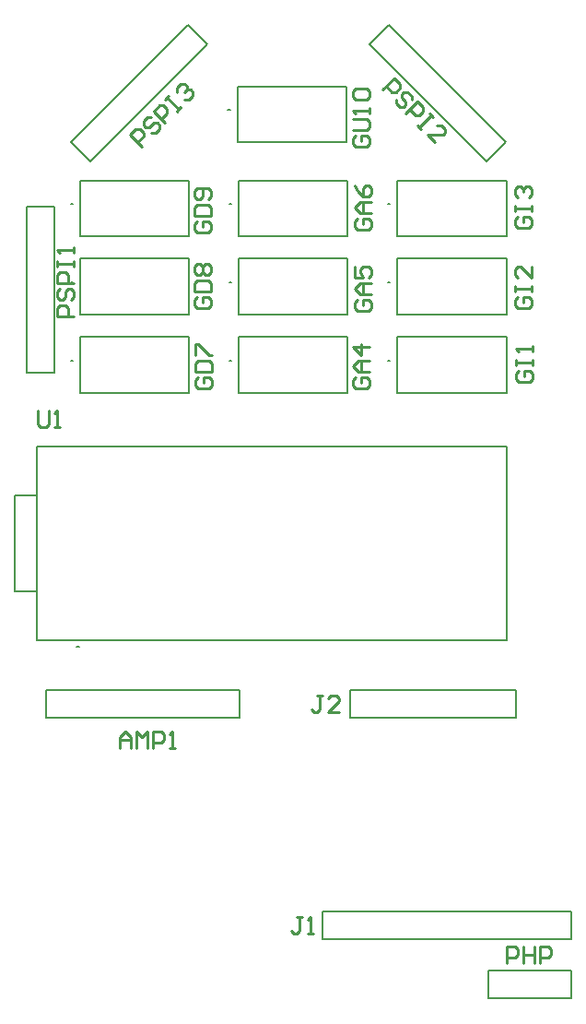
<source format=gto>
%FSTAX23Y23*%
%MOIN*%
%SFA1B1*%

%IPPOS*%
%ADD10C,0.007870*%
%ADD11C,0.005000*%
%ADD12C,0.010000*%
%LNsolears_v3-1*%
%LPD*%
G54D10*
X0022Y02986D02*
X00212D01*
X0022*
Y02704D02*
X00212D01*
X0022*
Y02421D02*
X00212D01*
X0022*
X01368D02*
X0136D01*
X01368*
Y02704D02*
X0136D01*
X01368*
Y02986D02*
X0136D01*
X01368*
X00789Y03326D02*
X00781D01*
X00789*
X00794Y02986D02*
X00786D01*
X00794*
Y02704D02*
X00786D01*
X00794*
Y02421D02*
X00786D01*
X00794*
X00243Y01387D02*
X00235D01*
X00243*
X02024Y00331D02*
Y00431D01*
X01124Y00331D02*
X02024D01*
X01124D02*
Y00431D01*
X02024*
X01293Y03564D02*
X01363Y03634D01*
X01717Y03139D02*
X01788Y0321D01*
X01293Y03564D02*
X01717Y03139D01*
X01363Y03634D02*
X01788Y0321D01*
X00636Y03634D02*
X00707Y03564D01*
X00212Y0321D02*
X00283Y03139D01*
X00212Y0321D02*
X00636Y03634D01*
X00283Y03139D02*
X00707Y03564D01*
X00054Y02976D02*
X00154D01*
X00054Y02376D02*
X00154D01*
X00054D02*
Y02976D01*
X00154Y02376D02*
Y02976D01*
X00124Y01131D02*
X00824D01*
Y01231*
X00124D02*
X00824D01*
X00124Y01131D02*
Y01231D01*
X01824Y01131D02*
Y01231D01*
X01224Y01131D02*
Y01231D01*
X01824*
X01224Y01131D02*
X01824D01*
X01724Y00116D02*
X02024D01*
Y00216*
X01724D02*
X02024D01*
X01724Y00116D02*
Y00216D01*
G54D11*
X00247Y03071D02*
X00641D01*
Y0287D02*
Y03071D01*
X00247Y0287D02*
X00641D01*
X00247D02*
Y03071D01*
Y02789D02*
X00641D01*
Y02588D02*
Y02789D01*
X00247Y02588D02*
X00641D01*
X00247D02*
Y02789D01*
Y02506D02*
X00641D01*
Y02305D02*
Y02506D01*
X00247Y02305D02*
X00641D01*
X00247D02*
Y02506D01*
X01395D02*
X01789D01*
Y02305D02*
Y02506D01*
X01395Y02305D02*
X01789D01*
X01395D02*
Y02506D01*
Y02789D02*
X01789D01*
Y02588D02*
Y02789D01*
X01395Y02588D02*
X01789D01*
X01395D02*
Y02789D01*
Y03071D02*
X01789D01*
Y0287D02*
Y03071D01*
X01395Y0287D02*
X01789D01*
X01395D02*
Y03071D01*
X00817Y03411D02*
X0121D01*
Y0321D02*
Y03411D01*
X00817Y0321D02*
X0121D01*
X00817D02*
Y03411D01*
X00821Y03071D02*
X01215D01*
Y0287D02*
Y03071D01*
X00821Y0287D02*
X01215D01*
X00821D02*
Y03071D01*
Y02789D02*
X01215D01*
Y02588D02*
Y02789D01*
X00821Y02588D02*
X01215D01*
X00821D02*
Y02789D01*
Y02506D02*
X01215D01*
Y02305D02*
Y02506D01*
X00821Y02305D02*
X01215D01*
X00821D02*
Y02506D01*
X00089Y01412D02*
X01789D01*
Y02111*
X00089D02*
X01789D01*
X00089Y01935D02*
Y02111D01*
Y01588D02*
Y01935D01*
Y01412D02*
Y01588D01*
X0001Y01935D02*
X00089D01*
X0001Y01588D02*
Y01935D01*
Y01588D02*
X00089D01*
G54D12*
X01049Y00409D02*
X01029D01*
X01039*
Y0036*
X01029Y0035*
X0102*
X0101Y0036*
X01069Y0035D02*
X01089D01*
X01079*
Y00409*
X01069Y00399*
X0134Y034D02*
X01382Y03442D01*
X01403Y03421*
Y03407*
X01389Y03392*
X01375*
X01354Y03414*
X01446Y03364D02*
Y03378D01*
X01431Y03392*
X01417*
X0141Y03385*
Y03371*
X01424Y03357*
Y03343*
X01417Y03336*
X01403*
X01389Y0335*
Y03364*
X01424Y03315D02*
X01467Y03357D01*
X01488Y03336*
Y03322*
X01474Y03308*
X0146*
X01438Y03329*
X01509Y03315D02*
X01523Y03301D01*
X01516Y03308*
X01474Y03265*
X01467Y03272*
X01481Y03258*
X0153Y03209D02*
X01502Y03237D01*
X01559*
X01566Y03244*
Y03258*
X01552Y03272*
X01537*
X0047Y03195D02*
X00427Y03237D01*
X00448Y03258*
X00462*
X00477Y03244*
Y0323*
X00455Y03209*
X00505Y03301D02*
X00491D01*
X00477Y03286*
Y03272*
X00484Y03265*
X00498*
X00512Y03279*
X00526*
X00533Y03272*
Y03258*
X00519Y03244*
X00505*
X00554Y03279D02*
X00512Y03322D01*
X00533Y03343*
X00547*
X00561Y03329*
Y03315*
X0054Y03293*
X00554Y03364D02*
X00568Y03378D01*
X00561Y03371*
X00604Y03329*
X00597Y03322*
X00611Y03336*
X00597Y03392D02*
Y03407D01*
X00611Y03421*
X00625*
X00632Y03414*
Y034*
X00625Y03392*
X00632Y034*
X00646*
X00653Y03392*
Y03378*
X00639Y03364*
X00625*
X00225Y0258D02*
X00165D01*
Y02609*
X00175Y02619*
X00195*
X00205Y02609*
Y0258*
X00175Y02679D02*
X00165Y02669D01*
Y02649*
X00175Y02639*
X00185*
X00195Y02649*
Y02669*
X00205Y02679*
X00215*
X00225Y02669*
Y02649*
X00215Y02639*
X00225Y02699D02*
X00165D01*
Y02729*
X00175Y02739*
X00195*
X00205Y02729*
Y02699*
X00165Y02759D02*
Y02779D01*
Y02769*
X00225*
Y02759*
Y02779*
Y02809D02*
Y02829D01*
Y02819*
X00165*
X00175Y02809*
X0067Y02924D02*
X0066Y02914D01*
Y02895*
X0067Y02885*
X0071*
X0072Y02895*
Y02914*
X0071Y02924*
X0069*
Y02904*
X0066Y02944D02*
X0072D01*
Y02974*
X0071Y02984*
X0067*
X0066Y02974*
Y02944*
X0071Y03004D02*
X0072Y03014D01*
Y03034*
X0071Y03044*
X0067*
X0066Y03034*
Y03014*
X0067Y03004*
X0068*
X0069Y03014*
Y03044*
X0067Y02649D02*
X0066Y02639D01*
Y0262*
X0067Y0261*
X0071*
X0072Y0262*
Y02639*
X0071Y02649*
X0069*
Y02629*
X0066Y02669D02*
X0072D01*
Y02699*
X0071Y02709*
X0067*
X0066Y02699*
Y02669*
X0067Y02729D02*
X0066Y02739D01*
Y02759*
X0067Y02769*
X0068*
X0069Y02759*
X007Y02769*
X0071*
X0072Y02759*
Y02739*
X0071Y02729*
X007*
X0069Y02739*
X0068Y02729*
X0067*
X0069Y02739D02*
Y02759D01*
X00675Y02359D02*
X00665Y02349D01*
Y0233*
X00675Y0232*
X00715*
X00725Y0233*
Y02349*
X00715Y02359*
X00695*
Y02339*
X00665Y02379D02*
X00725D01*
Y02409*
X00715Y02419*
X00675*
X00665Y02409*
Y02379*
Y02439D02*
Y02479D01*
X00675*
X00715Y02439*
X00725*
X01835Y02384D02*
X01825Y02374D01*
Y02355*
X01835Y02345*
X01875*
X01885Y02355*
Y02374*
X01875Y02384*
X01855*
Y02364*
X01825Y02404D02*
Y02424D01*
Y02414*
X01885*
Y02404*
Y02424*
Y02454D02*
Y02474D01*
Y02464*
X01825*
X01835Y02454*
X0183Y02649D02*
X0182Y02639D01*
Y0262*
X0183Y0261*
X0187*
X0188Y0262*
Y02639*
X0187Y02649*
X0185*
Y02629*
X0182Y02669D02*
Y02689D01*
Y02679*
X0188*
Y02669*
Y02689*
Y02759D02*
Y02719D01*
X0184Y02759*
X0183*
X0182Y02749*
Y02729*
X0183Y02719*
Y02939D02*
X0182Y02929D01*
Y0291*
X0183Y029*
X0187*
X0188Y0291*
Y02929*
X0187Y02939*
X0185*
Y02919*
X0182Y02959D02*
Y02979D01*
Y02969*
X0188*
Y02959*
Y02979*
X0183Y03009D02*
X0182Y03019D01*
Y03039*
X0183Y03049*
X0184*
X0185Y03039*
Y03029*
Y03039*
X0186Y03049*
X0187*
X0188Y03039*
Y03019*
X0187Y03009*
X01245Y03234D02*
X01235Y03224D01*
Y03205*
X01245Y03195*
X01285*
X01295Y03205*
Y03224*
X01285Y03234*
X01265*
Y03214*
X01235Y03254D02*
X01285D01*
X01295Y03264*
Y03284*
X01285Y03294*
X01235*
X01295Y03314D02*
Y03334D01*
Y03324*
X01235*
X01245Y03314*
Y03364D02*
X01235Y03374D01*
Y03394*
X01245Y03404*
X01285*
X01295Y03394*
Y03374*
X01285Y03364*
X01245*
X0125Y02934D02*
X0124Y02924D01*
Y02905*
X0125Y02895*
X0129*
X013Y02905*
Y02924*
X0129Y02934*
X0127*
Y02914*
X013Y02954D02*
X0126D01*
X0124Y02974*
X0126Y02994*
X013*
X0127*
Y02954*
X0124Y03054D02*
X0125Y03034D01*
X0127Y03014*
X0129*
X013Y03024*
Y03044*
X0129Y03054*
X0128*
X0127Y03044*
Y03014*
X0125Y02639D02*
X0124Y02629D01*
Y0261*
X0125Y026*
X0129*
X013Y0261*
Y02629*
X0129Y02639*
X0127*
Y02619*
X013Y02659D02*
X0126D01*
X0124Y02679*
X0126Y02699*
X013*
X0127*
Y02659*
X0124Y02759D02*
Y02719D01*
X0127*
X0126Y02739*
Y02749*
X0127Y02759*
X0129*
X013Y02749*
Y02729*
X0129Y02719*
X01245Y02359D02*
X01235Y02349D01*
Y0233*
X01245Y0232*
X01285*
X01295Y0233*
Y02349*
X01285Y02359*
X01265*
Y02339*
X01295Y02379D02*
X01255D01*
X01235Y02399*
X01255Y02419*
X01295*
X01265*
Y02379*
X01295Y02469D02*
X01235D01*
X01265Y02439*
Y02479*
X00095Y02239D02*
Y0219D01*
X00105Y0218*
X00124*
X00134Y0219*
Y02239*
X00154Y0218D02*
X00174D01*
X00164*
Y02239*
X00154Y02229*
X0039Y0102D02*
Y01059D01*
X00409Y01079*
X00429Y01059*
Y0102*
Y01049*
X0039*
X00449Y0102D02*
Y01079D01*
X00469Y01059*
X00489Y01079*
Y0102*
X00509D02*
Y01079D01*
X00539*
X00549Y01069*
Y01049*
X00539Y01039*
X00509*
X00569Y0102D02*
X00589D01*
X00579*
Y01079*
X00569Y01069*
X01124Y01209D02*
X01104D01*
X01114*
Y0116*
X01104Y0115*
X01095*
X01085Y0116*
X01184Y0115D02*
X01144D01*
X01184Y01189*
Y01199*
X01174Y01209*
X01154*
X01144Y01199*
X0179Y00245D02*
Y00304D01*
X01819*
X01829Y00294*
Y00274*
X01819Y00264*
X0179*
X01849Y00304D02*
Y00245D01*
Y00274*
X01889*
Y00304*
Y00245*
X01909D02*
Y00304D01*
X01939*
X01949Y00294*
Y00274*
X01939Y00264*
X01909*
M02*
</source>
